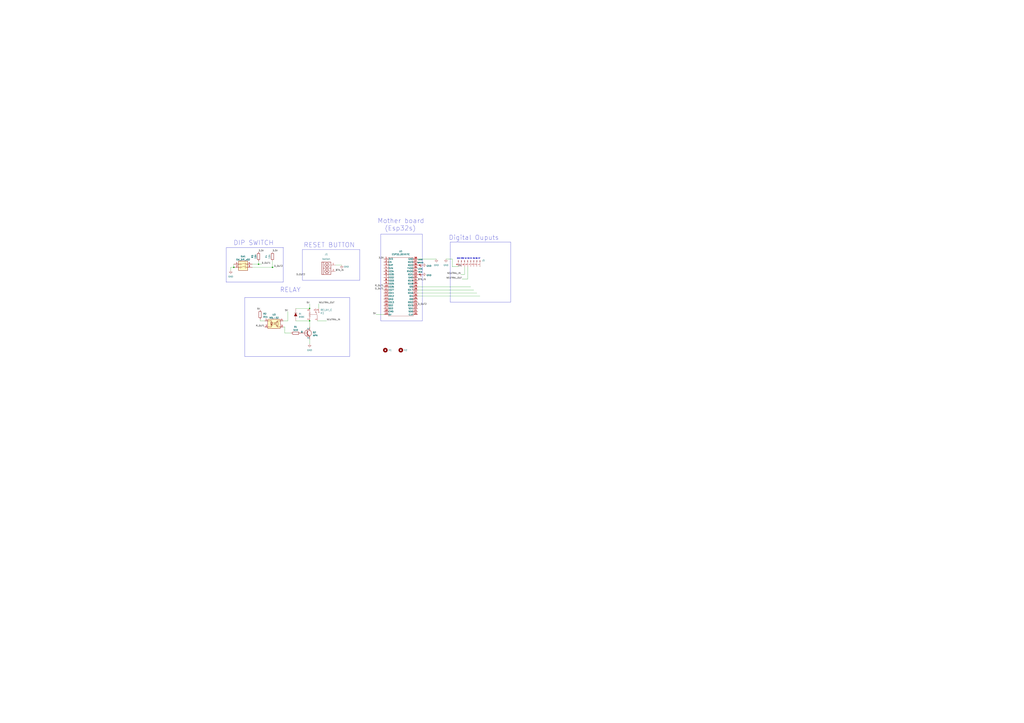
<source format=kicad_sch>
(kicad_sch (version 20230121) (generator eeschema)
  (paper "A1")
  (lib_symbols
    (symbol "Connector:Conn_01x08_Male" (pin_names (offset 1.016) hide)
      (property "Reference" "J" (at 0 10.16 0))
      (property "Value" "Conn_01x08_Male" (at 0 -12.7 0))
      (symbol "Conn_01x08_Male_1_1"
        (polyline (pts (xy 1.27 -10.16) (xy 0.8636 -10.16)) (stroke (width 0.1524)))
        (polyline (pts (xy 1.27 -7.62) (xy 0.8636 -7.62)) (stroke (width 0.1524)))
        (polyline (pts (xy 1.27 -5.08) (xy 0.8636 -5.08)) (stroke (width 0.1524)))
        (polyline (pts (xy 1.27 -2.54) (xy 0.8636 -2.54)) (stroke (width 0.1524)))
        (polyline (pts (xy 1.27 0) (xy 0.8636 0)) (stroke (width 0.1524)))
        (polyline (pts (xy 1.27 2.54) (xy 0.8636 2.54)) (stroke (width 0.1524)))
        (polyline (pts (xy 1.27 5.08) (xy 0.8636 5.08)) (stroke (width 0.1524)))
        (polyline (pts (xy 1.27 7.62) (xy 0.8636 7.62)) (stroke (width 0.1524)))
        (rectangle (start 0.8636 -10.033) (end 0 -10.287) (stroke (width 0.1524)) (fill (type outline)))
        (rectangle (start 0.8636 -7.493) (end 0 -7.747) (stroke (width 0.1524)) (fill (type outline)))
        (rectangle (start 0.8636 -4.953) (end 0 -5.207) (stroke (width 0.1524)) (fill (type outline)))
        (rectangle (start 0.8636 -2.413) (end 0 -2.667) (stroke (width 0.1524)) (fill (type outline)))
        (rectangle (start 0.8636 0.127) (end 0 -0.127) (stroke (width 0.1524)) (fill (type outline)))
        (rectangle (start 0.8636 2.667) (end 0 2.413) (stroke (width 0.1524)) (fill (type outline)))
        (rectangle (start 0.8636 5.207) (end 0 4.953) (stroke (width 0.1524)) (fill (type outline)))
        (rectangle (start 0.8636 7.747) (end 0 7.493) (stroke (width 0.1524)) (fill (type outline)))
        (pin passive line (at 5.08 7.62 180) (length 3.81) (name "Pin_1") (number "1"))
        (pin passive line (at 5.08 5.08 180) (length 3.81) (name "Pin_2") (number "2"))
        (pin passive line (at 5.08 2.54 180) (length 3.81) (name "Pin_3") (number "3"))
        (pin passive line (at 5.08 0 180) (length 3.81) (name "Pin_4") (number "4"))
        (pin passive line (at 5.08 -2.54 180) (length 3.81) (name "Pin_5") (number "5"))
        (pin passive line (at 5.08 -5.08 180) (length 3.81) (name "Pin_6") (number "6"))
        (pin passive line (at 5.08 -7.62 180) (length 3.81) (name "Pin_7") (number "7"))
        (pin passive line (at 5.08 -10.16 180) (length 3.81) (name "Pin_8") (number "8"))
      )
    )
    (symbol "Device:R" (pin_numbers hide) (pin_names (offset 0))
      (property "Reference" "R" (at 2.032 0 90))
      (property "Value" "R" (at 0 0 90))
      (symbol "R_0_1"
        (rectangle (start -1.016 -2.54) (end 1.016 2.54) (stroke (width 0.254)))
      )
      (symbol "R_1_1"
        (pin passive line (at 0 3.81 270) (length 1.27) (name "~") (number "1"))
        (pin passive line (at 0 -3.81 90) (length 1.27) (name "~") (number "2"))
      )
    )
    (symbol "EESTN5:DIODE" (pin_numbers hide) (pin_names (offset 1.016) hide)
      (property "Reference" "D" (at 0 2.54 0))
      (property "Value" "DIODE" (at 0 -2.54 0))
      (symbol "DIODE_0_1"
        (polyline (pts (xy 1.27 1.27) (xy 1.27 -1.27)) (stroke (width 0.1524)))
        (polyline (pts (xy -1.27 1.27) (xy 1.27 0) (xy -1.27 -1.27)) (fill (type outline)))
      )
      (symbol "DIODE_1_1"
        (pin passive line (at -5.08 0 0) (length 3.81) (name "A") (number "1"))
        (pin passive line (at 5.08 0 180) (length 3.81) (name "K") (number "2"))
      )
    )
    (symbol "EESTN5:ESP32_DEVKITC" (pin_names (offset 0.0254))
      (property "Reference" "U" (at 0 25.4 0))
      (property "Value" "ESP32_DEVKITC" (at 0 -25.4 0))
      (symbol "ESP32_DEVKITC_0_1"
        (rectangle (start -10.16 24.13) (end 10.16 -24.13))
      )
      (symbol "ESP32_DEVKITC_1_1"
        (pin passive line (at -13.97 22.86 0) (length 3.81) (name "3V3") (number "1"))
        (pin passive line (at -13.97 0 0) (length 3.81) (name "IO26") (number "10"))
        (pin passive line (at -13.97 -2.54 0) (length 3.81) (name "IO27") (number "11"))
        (pin passive line (at -13.97 -5.08 0) (length 3.81) (name "IO14") (number "12"))
        (pin passive line (at -13.97 -7.62 0) (length 3.81) (name "IO12") (number "13"))
        (pin passive line (at -13.97 -10.16 0) (length 3.81) (name "GND") (number "14"))
        (pin passive line (at -13.97 -12.7 0) (length 3.81) (name "IO13") (number "15"))
        (pin passive line (at -13.97 -15.24 0) (length 3.81) (name "SD2") (number "16"))
        (pin passive line (at -13.97 -17.78 0) (length 3.81) (name "SD3") (number "17"))
        (pin passive line (at -13.97 -20.32 0) (length 3.81) (name "CMD") (number "18"))
        (pin passive line (at -13.97 -22.86 0) (length 3.81) (name "5V") (number "19"))
        (pin passive line (at -13.97 20.32 0) (length 3.81) (name "EN") (number "2"))
        (pin passive line (at 13.97 -22.86 180) (length 3.81) (name "CLK") (number "20"))
        (pin passive line (at 13.97 -20.32 180) (length 3.81) (name "SD0") (number "21"))
        (pin passive line (at 13.97 -17.78 180) (length 3.81) (name "SD1") (number "22"))
        (pin passive line (at 13.97 -15.24 180) (length 3.81) (name "IO15") (number "23"))
        (pin passive line (at 13.97 -12.7 180) (length 3.81) (name "IO02") (number "24"))
        (pin passive line (at 13.97 -10.16 180) (length 3.81) (name "IO0") (number "25"))
        (pin passive line (at 13.97 -7.62 180) (length 3.81) (name "IO4") (number "26"))
        (pin passive line (at 13.97 -5.08 180) (length 3.81) (name "IO16") (number "27"))
        (pin passive line (at 13.97 -2.54 180) (length 3.81) (name "IO17") (number "28"))
        (pin passive line (at 13.97 0 180) (length 3.81) (name "IO5") (number "29"))
        (pin passive line (at -13.97 17.78 0) (length 3.81) (name "SVP") (number "3"))
        (pin passive line (at 13.97 2.54 180) (length 3.81) (name "IO18") (number "30"))
        (pin passive line (at 13.97 5.08 180) (length 3.81) (name "IO19") (number "31"))
        (pin passive line (at 13.97 7.62 180) (length 3.81) (name "GND") (number "32"))
        (pin passive line (at 13.97 10.16 180) (length 3.81) (name "IO21") (number "33"))
        (pin passive line (at 13.97 12.7 180) (length 3.81) (name "RXD0") (number "34"))
        (pin passive line (at 13.97 15.24 180) (length 3.81) (name "TXD0") (number "35"))
        (pin passive line (at 13.97 17.78 180) (length 3.81) (name "IO22") (number "36"))
        (pin passive line (at 13.97 20.32 180) (length 3.81) (name "IO23") (number "37"))
        (pin passive line (at 13.97 22.86 180) (length 3.81) (name "GND") (number "38"))
        (pin passive line (at -13.97 15.24 0) (length 3.81) (name "SVN") (number "4"))
        (pin passive line (at -13.97 12.7 0) (length 3.81) (name "IO34") (number "5"))
        (pin passive line (at -13.97 10.16 0) (length 3.81) (name "IO35") (number "6"))
        (pin passive line (at -13.97 7.62 0) (length 3.81) (name "IO32") (number "7"))
        (pin passive line (at -13.97 5.08 0) (length 3.81) (name "IO33") (number "8"))
        (pin passive line (at -13.97 2.54 0) (length 3.81) (name "IO25") (number "9"))
      )
    )
    (symbol "EESTN5:LED" (pin_numbers hide) (pin_names (offset 1.016) hide)
      (property "Reference" "LED" (at 0 2.54 0))
      (property "Value" "LED" (at 0 -2.54 0))
      (symbol "LED_0_1"
        (polyline (pts (xy 0.508 -0.762) (xy 1.016 -1.27) (xy 1.016 -1.27)))
        (polyline (pts (xy 1.016 -0.762) (xy 1.524 -1.27) (xy 1.524 -1.27)))
        (polyline (pts (xy 1.27 -0.635) (xy 1.27 0.635) (xy 1.27 0.635)))
        (polyline (pts (xy 1.27 0) (xy 0 0.635) (xy 0 -0.635) (xy 0 -0.635)) (fill (type outline)))
        (polyline (pts (xy 1.524 -1.27) (xy 1.27 -1.27) (xy 1.524 -1.016) (xy 1.524 -1.27) (xy 1.524 -1.27)) (fill (type outline)))
        (polyline (pts (xy 1.016 -1.27) (xy 0.762 -1.27) (xy 1.016 -1.016) (xy 1.016 -1.27) (xy 1.016 -1.27) (xy 1.016 -1.27)) (fill (type outline)))
      )
      (symbol "LED_1_1"
        (pin passive line (at -1.27 0 0) (length 1.27) (name "A") (number "1"))
        (pin passive line (at 2.54 0 180) (length 1.27) (name "K") (number "2"))
      )
    )
    (symbol "EESTN5:Mounting_Hole" (pin_names (offset 1.016))
      (property "Reference" "H" (at 0 5.08 0))
      (symbol "Mounting_Hole_0_1"
        (circle (center 0 0) (radius 1.27) (stroke (width 1.27)))
      )
    )
    (symbol "EESTN5:RELAY_C" (pin_names (offset 1.016))
      (property "Reference" "K" (at 0 6.35 0))
      (property "Value" "RELAY_C" (at 0 -5.969 0))
      (symbol "RELAY_C_0_1"
        (arc (start -0.762 3.81) (mid -1.143 4.1894) (end -1.524 3.81))
        (polyline (pts (xy -1.778 3.302) (xy -1.27 3.302) (xy -1.27 3.302)))
        (polyline (pts (xy -1.524 -2.54) (xy -2.54 -2.54) (xy -2.54 -2.54)))
        (polyline (pts (xy -1.524 3.81) (xy -2.54 3.81) (xy -2.54 3.81)))
        (polyline (pts (xy -1.016 3.302) (xy -0.508 3.302) (xy -0.508 3.302)))
        (polyline (pts (xy -0.254 3.302) (xy 0.254 3.302) (xy 0.254 3.302)))
        (polyline (pts (xy 0 -1.27) (xy 0 -1.778) (xy 0 -1.778)))
        (polyline (pts (xy 0 -0.508) (xy 0 -1.016) (xy 0 -1.016)))
        (polyline (pts (xy 0 0.254) (xy 0 -0.254) (xy 0 -0.254)))
        (polyline (pts (xy 0 1.016) (xy 0 0.508) (xy 0 0.508)))
        (polyline (pts (xy 0 1.778) (xy 0 1.27) (xy 0 1.27)))
        (polyline (pts (xy 0 2.54) (xy 0 2.032) (xy 0 2.032)))
        (polyline (pts (xy 0 3.302) (xy 0 2.794) (xy 0 2.794)))
        (polyline (pts (xy 0.508 3.302) (xy 1.016 3.302) (xy 1.016 3.302)))
        (polyline (pts (xy 1.27 3.302) (xy 1.778 3.302) (xy 1.778 3.302)))
        (polyline (pts (xy 1.524 3.81) (xy 2.54 3.81) (xy 2.54 3.81)))
        (polyline (pts (xy 2.54 -3.81) (xy 1.778 -3.81) (xy 1.778 -3.81)))
        (polyline (pts (xy 2.54 -1.27) (xy 1.778 -1.27) (xy 1.778 -1.27)))
        (polyline (pts (xy -1.524 -2.54) (xy -1.016 -2.54) (xy 2.032 -1.524) (xy 2.032 -1.524)))
        (arc (start 0 3.81) (mid -0.381 4.1894) (end -0.762 3.81))
        (arc (start 0.762 3.81) (mid 0.381 4.1894) (end 0 3.81))
        (arc (start 1.524 3.81) (mid 1.143 4.1894) (end 0.762 3.81))
        (circle (center 1.778 -3.81) (radius 0.254))
        (circle (center 1.778 -1.27) (radius 0.254))
      )
      (symbol "RELAY_C_1_1"
        (pin passive line (at -5.08 -2.54 0) (length 2.54) (name "~") (number "1"))
        (pin passive line (at -5.08 3.81 0) (length 2.54) (name "~") (number "2"))
        (pin passive line (at 5.08 -3.81 180) (length 2.54) (name "~") (number "3"))
        (pin passive line (at 5.08 -1.27 180) (length 2.54) (name "~") (number "4"))
        (pin passive line (at 5.08 3.81 180) (length 2.54) (name "~") (number "5"))
      )
    )
    (symbol "EESTN5:SW_DIP_x02" (pin_names (offset 0) hide)
      (property "Reference" "SW" (at 0 6.35 0))
      (property "Value" "SW_DIP_x02" (at 0 -3.81 0))
      (symbol "SW_DIP_x02_0_0"
        (circle (center -2.032 0) (radius 0.508))
        (circle (center -2.032 2.54) (radius 0.508))
        (polyline (pts (xy -1.524 0.127) (xy 2.3622 1.1684)))
        (polyline (pts (xy -1.524 2.667) (xy 2.3622 3.7084)))
        (circle (center 2.032 0) (radius 0.508))
        (circle (center 2.032 2.54) (radius 0.508))
      )
      (symbol "SW_DIP_x02_0_1"
        (rectangle (start -3.81 5.08) (end 3.81 -2.54) (stroke (width 0.254)) (fill (type background)))
      )
      (symbol "SW_DIP_x02_1_1"
        (pin input line (at -7.62 2.54 0) (length 5.08) (name "~") (number "1"))
        (pin input line (at -7.62 0 0) (length 5.08) (name "~") (number "2"))
        (pin input line (at 7.62 0 180) (length 5.08) (name "~") (number "3"))
        (pin input line (at 7.62 2.54 180) (length 5.08) (name "~") (number "4"))
      )
    )
    (symbol "EESTN5:TB_1X2" (pin_names (offset 1.016))
      (property "Reference" "J" (at 0 7.62 0))
      (property "Value" "TB_1X2" (at 1.27 -7.62 0))
      (symbol "TB_1X2_0_1"
        (rectangle (start -2.54 5.08) (end 5.08 -5.08) (stroke (width 0.254)))
        (polyline (pts (xy -1.27 0) (xy 5.08 0)) (stroke (width 0.254)))
        (polyline (pts (xy -1.27 5.08) (xy -1.27 -5.08)) (stroke (width 0.254)))
        (polyline (pts (xy 0.889 -3.429) (xy 2.667 -1.651)) (stroke (width 0.254)))
        (polyline (pts (xy 0.889 -1.651) (xy 2.667 -3.429)) (stroke (width 0.254)))
        (polyline (pts (xy 0.889 1.651) (xy 2.667 3.429)) (stroke (width 0.254)))
        (polyline (pts (xy 0.889 3.429) (xy 2.667 1.651)) (stroke (width 0.254)))
        (circle (center 1.778 -2.54) (radius 1.8034) (stroke (width 0.254)))
        (circle (center 1.778 2.54) (radius 1.8034) (stroke (width 0.254)))
      )
      (symbol "TB_1X2_1_1"
        (pin input line (at 8.89 2.54 180) (length 3.81) (name "~") (number "1"))
        (pin input line (at 8.89 -2.54 180) (length 3.81) (name "~") (number "2"))
      )
    )
    (symbol "Isolator:NSL-32" (pin_names (offset 0.762) hide)
      (property "Reference" "U" (at 0 5.08 0))
      (property "Value" "NSL-32" (at 0 -5.08 0))
      (symbol "NSL-32_0_1"
        (rectangle (start -5.08 3.81) (end 5.08 -3.81) (stroke (width 0.254)) (fill (type background)))
        (polyline (pts (xy -5.08 2.54) (xy -2.54 2.54)) (stroke (width 0.254)))
        (polyline (pts (xy -2.794 -2.54) (xy -5.08 -2.54)) (stroke (width 0.254)))
        (polyline (pts (xy -1.016 -1.016) (xy -3.048 -1.016) (xy -3.048 -1.016)) (stroke (width 0.254)))
        (polyline (pts (xy -0.762 -0.508) (xy 1.27 0) (xy 1.27 0)))
        (polyline (pts (xy -0.762 0.508) (xy 1.27 1.016) (xy 1.27 1.016)))
        (polyline (pts (xy 2.54 -1.524) (xy 2.54 -2.54) (xy 5.08 -2.54)) (stroke (width 0.254)))
        (polyline (pts (xy 2.54 1.524) (xy 2.54 2.54) (xy 5.08 2.54)) (stroke (width 0.254)))
        (polyline (pts (xy -2.794 -2.54) (xy -2.032 -2.54) (xy -2.032 2.54) (xy -2.794 2.54)) (stroke (width 0.254)))
        (polyline (pts (xy 0.254 0) (xy 1.27 0) (xy 0.508 -0.508) (xy 0.508 -0.508)))
        (polyline (pts (xy 0.254 1.016) (xy 1.27 1.016) (xy 0.508 0.508) (xy 0.508 0.508)))
        (polyline (pts (xy -1.016 1.016) (xy -3.048 1.016) (xy -2.032 -1.016) (xy -1.016 1.016) (xy -1.016 1.016) (xy -1.016 1.016)) (stroke (width 0.254)))
        (rectangle (start 1.778 1.524) (end 3.302 -1.524) (stroke (width 0.254)))
      )
      (symbol "NSL-32_1_1"
        (pin passive line (at -7.62 2.54 0) (length 2.54) (name "A") (number "1"))
        (pin passive line (at -7.62 -2.54 0) (length 2.54) (name "K") (number "2"))
        (pin passive line (at 7.62 -2.54 180) (length 2.54) (name "R") (number "3"))
        (pin passive line (at 7.62 2.54 180) (length 2.54) (name "R") (number "4"))
      )
    )
    (symbol "Simulation_SPICE:NPN" (pin_numbers hide) (pin_names (offset 0))
      (property "Reference" "Q" (at -2.54 7.62 0))
      (property "Value" "NPN" (at -2.54 5.08 0))
      (symbol "NPN_0_1"
        (polyline (pts (xy -2.54 0) (xy 0.635 0)) (stroke (width 0.1524)))
        (polyline (pts (xy 0.635 0.635) (xy 2.54 2.54)))
        (polyline (pts (xy 2.794 -1.27) (xy 2.794 -1.27)) (stroke (width 0.1524)))
        (polyline (pts (xy 2.794 -1.27) (xy 2.794 -1.27)) (stroke (width 0.1524)))
        (polyline (pts (xy 0.635 -0.635) (xy 2.54 -2.54) (xy 2.54 -2.54)))
        (polyline (pts (xy 0.635 1.905) (xy 0.635 -1.905) (xy 0.635 -1.905)) (stroke (width 0.508)))
        (polyline (pts (xy 1.27 -1.778) (xy 1.778 -1.27) (xy 2.286 -2.286) (xy 1.27 -1.778) (xy 1.27 -1.778)) (fill (type outline)))
        (circle (center 1.27 0) (radius 2.8194) (stroke (width 0.254)))
      )
      (symbol "NPN_1_1"
        (pin open_collector line (at 2.54 5.08 270) (length 2.54) (name "C") (number "1"))
        (pin input line (at -5.08 0 0) (length 2.54) (name "B") (number "2"))
        (pin open_emitter line (at 2.54 -5.08 90) (length 2.54) (name "E") (number "3"))
      )
    )
    (symbol "power:GND" (power) (pin_names (offset 0))
      (property "Value" "GND" (at 0 -3.81 0))
      (symbol "GND_0_1"
        (polyline (pts (xy 0 0) (xy 0 -1.27) (xy 1.27 -1.27) (xy 0 -2.54) (xy -1.27 -1.27) (xy 0 -1.27)))
      )
      (symbol "GND_1_1"
        (pin power_in line (at 0 0 270) (length 0) hide (name "GND") (number "1"))
      )
    )
  )
  (junction (at 254.254 263.652))
  (junction (at 223.774 219.71))
  (junction (at 212.344 217.17))
  (junction (at 192.024 219.71))
  (junction (at 254.254 253.492))
  (polyline (pts (xy 287.274 292.862) (xy 200.914 292.862)))
  (wire (pts (xy 343.154 212.852) (xy 358.394 212.852)))
  (polyline (pts (xy 185.928 203.454) (xy 232.918 203.454)))
  (polyline (pts (xy 346.964 192.532) (xy 346.964 193.802)))
  (wire (pts (xy 254.254 263.652) (xy 254.254 268.732)))
  (polyline (pts (xy 312.674 263.652) (xy 312.674 192.532)))
  (wire (pts (xy 254.254 278.892) (xy 254.254 282.702)))
  (polyline (pts (xy 312.674 192.532) (xy 346.964 192.532)))
  (wire (pts (xy 376.428 219.202) (xy 371.348 219.202)))
  (polyline (pts (xy 287.274 244.602) (xy 287.274 292.862)))
  (polyline (pts (xy 200.914 244.602) (xy 287.274 244.602)))
  (wire (pts (xy 213.614 263.652) (xy 213.614 262.382)))
  (wire (pts (xy 260.604 263.652) (xy 268.224 263.652)))
  (wire (pts (xy 207.264 219.71) (xy 223.774 219.71)))
  (wire (pts (xy 233.934 268.732) (xy 233.934 273.812)))
  (wire (pts (xy 232.664 268.732) (xy 233.934 268.732)))
  (wire (pts (xy 236.474 256.032) (xy 236.474 263.652)))
  (polyline (pts (xy 232.664 231.902) (xy 185.674 231.902)))
  (polyline (pts (xy 248.412 230.378) (xy 248.412 204.978)))
  (wire (pts (xy 207.264 217.17) (xy 212.344 217.17)))
  (wire (pts (xy 275.59 217.932) (xy 280.67 217.932)))
  (wire (pts (xy 242.824 263.652) (xy 254.254 263.652)))
  (wire (pts (xy 223.774 219.71) (xy 223.774 214.63)))
  (wire (pts (xy 384.048 219.202) (xy 384.048 229.362)))
  (wire (pts (xy 254.254 249.682) (xy 254.254 253.492)))
  (polyline (pts (xy 200.914 244.602) (xy 200.914 292.862)))
  (polyline (pts (xy 295.402 230.378) (xy 248.412 230.378)))
  (polyline (pts (xy 419.354 248.412) (xy 419.354 198.882)))
  (polyline (pts (xy 369.824 198.882) (xy 369.824 205.232)))
  (wire (pts (xy 371.348 219.202) (xy 371.348 212.852)))
  (polyline (pts (xy 369.824 248.412) (xy 419.354 248.412)))
  (wire (pts (xy 384.048 229.362) (xy 379.476 229.362)))
  (wire (pts (xy 308.864 258.572) (xy 315.214 258.572)))
  (polyline (pts (xy 232.664 203.454) (xy 232.664 231.902)))
  (wire (pts (xy 389.128 238.252) (xy 343.154 238.252)))
  (wire (pts (xy 212.344 217.17) (xy 212.344 214.63)))
  (wire (pts (xy 223.774 219.71) (xy 225.044 219.71)))
  (wire (pts (xy 381.508 219.202) (xy 381.508 225.552)))
  (polyline (pts (xy 419.354 198.882) (xy 369.824 198.882)))
  (wire (pts (xy 232.664 263.652) (xy 236.474 263.652)))
  (wire (pts (xy 212.344 217.17) (xy 214.884 217.17)))
  (polyline (pts (xy 248.412 204.978) (xy 295.402 204.978)))
  (wire (pts (xy 391.668 240.792) (xy 343.154 240.792)))
  (wire (pts (xy 192.024 219.71) (xy 189.484 219.71)))
  (wire (pts (xy 217.424 263.652) (xy 213.614 263.652)))
  (wire (pts (xy 366.268 212.852) (xy 371.348 212.852)))
  (wire (pts (xy 192.024 217.17) (xy 192.024 219.71)))
  (wire (pts (xy 394.208 218.948) (xy 394.208 219.202)))
  (wire (pts (xy 261.874 249.682) (xy 261.874 253.492)))
  (polyline (pts (xy 295.402 204.978) (xy 295.402 230.378)))
  (wire (pts (xy 343.154 235.712) (xy 386.588 235.712)))
  (wire (pts (xy 189.484 219.71) (xy 189.484 222.25)))
  (wire (pts (xy 378.46 225.552) (xy 381.508 225.552)))
  (polyline (pts (xy 346.964 263.652) (xy 312.674 263.652)))
  (wire (pts (xy 233.934 273.812) (xy 239.014 273.812)))
  (polyline (pts (xy 346.964 193.802) (xy 346.964 263.652)))
  (wire (pts (xy 242.824 253.492) (xy 254.254 253.492)))
  (polyline (pts (xy 369.824 205.232) (xy 369.824 248.412)))
  (wire (pts (xy 394.208 243.332) (xy 343.154 243.332)))
  (polyline (pts (xy 185.674 231.902) (xy 185.674 203.454)))
  (text "Digital Ouputs\n" (at 368.554 197.612 0) (effects (font (size 3.81 3.81)) (justify left bottom)))
  (text "Mother board\n  (Esp32s)" (at 310.134 189.992 0) (effects (font (size 3.81 3.81)) (justify left bottom)))
  (text "GND 220V 5V O3 O4 O5 O6 O7" (at 375.158 212.852 0) (effects (font (size 0.8 0.8) (thickness 0.254) bold) (justify left bottom)))
  (text "RELAY\n" (at 229.87 240.538 0) (effects (font (size 3.81 3.81)) (justify left bottom)))
  (text "DIP SWITCH\n" (at 191.77 201.93 0) (effects (font (size 3.81 3.81)) (justify left bottom)))
  (text "RESET BUTTON\n" (at 249.428 203.708 0) (effects (font (size 3.81 3.81)) (justify left bottom)))
  (label "BTN_IN" (at 275.59 223.012 0))
  (label "3.3V" (at 223.774 207.01 0))
  (label "D_OUT2" (at 225.044 219.71 0))
  (label "R_OUT1" (at 217.424 268.732 180))
  (label "5V" (at 236.474 256.032 180))
  (label "3.3V" (at 212.344 207.01 0))
  (label "5V" (at 213.614 254.762 180))
  (label "3.3V" (at 315.214 212.852 180))
  (label "D_OUT2" (at 243.332 226.568 0))
  (label "NEUTRAL_OUT" (at 261.874 249.682 0))
  (label "D_OUT2" (at 343.154 250.952 0))
  (label "BTN_IN" (at 343.154 230.632 0))
  (label "NEUTRAL_OUT" (at 379.476 229.362 180))
  (label "5V" (at 378.968 219.202 180))
  (label "R_OUT1" (at 315.214 235.712 180))
  (label "D_OUT1" (at 315.214 238.252 180))
  (label "NEUTRAL_IN" (at 378.46 225.552 180))
  (label "D_OUT1" (at 214.884 217.17 0))
  (label "5V" (at 308.864 258.572 180))
  (label "NEUTRAL_IN" (at 268.224 263.652 0))
  (label "5V" (at 254.254 249.682 180))
  (symbol (lib_id "EESTN5:TB_1X2") (at 266.7 220.472 0) (unit 1)
    (property "Reference" "J1" (at 267.97 209.042 0) (effects (font (size 1.524 1.524))))
    (property "Value" "boton" (at 267.97 212.852 0) (effects (font (size 1.524 1.524))))
    (property "Footprint" "Button_Switch_THT:SW_PUSH_6mm" (effects hide))
  )
  (symbol (lib_id "Device:R") (at 212.344 210.82 180) (unit 1)
    (property "Reference" "R3" (at 207.264 210.82 90))
    (property "Value" "10k" (at 209.804 210.82 90))
    (property "Footprint" "Eestn5Pack:R_0805" (effects hide))
  )
  (symbol (lib_id "EESTN5:DIODE") (at 242.824 258.572 90) (unit 1)
    (property "Reference" "D1" (at 245.364 257.8989 90) (effects (font (size 1.016 1.016)) (justify right)))
    (property "Value" "DIODE" (at 245.364 260.4389 90) (effects (font (size 1.016 1.016)) (justify right)))
    (property "Footprint" "Eestn5Pack:DO-41" (effects hide))
  )
  (symbol (lib_id "Device:R") (at 242.824 273.812 90) (unit 1)
    (property "Reference" "R1" (at 242.824 268.732 90))
    (property "Value" "510" (at 242.824 271.272 90))
    (property "Footprint" "Eestn5Pack:R_0805" (effects hide))
  )
  (symbol (lib_id "Simulation_SPICE:NPN") (at 251.714 273.812 0) (unit 1)
    (property "Reference" "Q2" (at 256.794 273.177 0) (effects (justify left)))
    (property "Value" "NPN" (at 256.794 275.717 0) (effects (justify left)))
    (property "Footprint" "Eestn5Pack:SOT23" (effects hide))
    (property "Sim.Device" "NPN" (effects hide))
    (property "Sim.Type" "GUMMELPOON" (effects hide))
    (property "Sim.Pins" "1=C 2=B 3=E" (effects hide))
  )
  (symbol (lib_id "Isolator:NSL-32") (at 225.044 266.192 0) (unit 1)
    (property "Reference" "U3" (at 225.044 258.572 0))
    (property "Value" "NSL-32" (at 225.044 261.112 0))
    (property "Footprint" "OptoDevice:Luna_NSL-32" (effects hide))
    (property "Datasheet" "http://lunainc.com/wp-content/uploads/2016/06/NSL-32.pdf" (effects hide))
  )
  (symbol (lib_id "Device:R") (at 213.614 258.572 0) (unit 1)
    (property "Reference" "R2" (at 216.154 257.937 0) (effects (justify left)))
    (property "Value" "R1k" (at 216.154 260.477 0) (effects (justify left)))
    (property "Footprint" "Eestn5Pack:R_0805" (effects hide))
  )
  (symbol (lib_id "power:GND") (at 254.254 282.702 0) (unit 1)
    (property "Reference" "#PWR02" (effects hide))
    (property "Value" "GND" (at 254.254 287.782 0))
  )
  (symbol (lib_id "power:GND") (at 280.67 217.932 0) (unit 1)
    (property "Reference" "#PWR03" (effects hide))
    (property "Value" "GND" (at 284.48 219.202 0))
  )
  (symbol (lib_id "power:GND") (at 189.484 222.25 0) (unit 1)
    (property "Reference" "#PWR01" (effects hide))
    (property "Value" "GND" (at 189.484 227.33 0))
  )
  (symbol (lib_id "power:GND") (at 346.964 217.932 90) (unit 1)
    (property "Reference" "#PWR05" (effects hide))
    (property "Value" "GND" (at 350.266 218.567 90) (effects (justify right)))
  )
  (symbol (lib_id "EESTN5:SW_DIP_x02") (at 199.644 219.71 0) (unit 1)
    (property "Reference" "SW1" (at 199.644 210.82 0))
    (property "Value" "SW_DIP_x02" (at 199.644 213.36 0))
    (property "Footprint" "Eestn5Pack:Dip_SW_2-300" (effects hide))
  )
  (symbol (lib_id "EESTN5:Mounting_Hole") (at 316.484 287.782 0) (unit 1)
    (property "Reference" "H1" (at 319.024 287.7819 0) (effects (justify left)))
    (property "Value" "Mounting_Hole" (effects hide))
    (property "Footprint" "Eestn5Pack:hole_2mm" (effects hide))
  )
  (symbol (lib_id "power:GND") (at 366.268 212.852 0) (unit 1)
    (property "Reference" "#PWR07" (effects hide))
    (property "Value" "GND" (at 366.268 217.932 0))
  )
  (symbol (lib_id "EESTN5:ESP32_DEVKITC") (at 329.184 235.712 0) (unit 1)
    (property "Reference" "U1" (at 329.184 206.502 0))
    (property "Value" "ESP32_DEVKITC" (at 329.184 209.042 0))
    (property "Footprint" "Eestn5Pack:ESP32S" (effects hide))
  )
  (symbol (lib_id "Connector:Conn_01x08_Male") (at 386.588 214.122 270) (unit 1)
    (property "Reference" "J3" (at 398.018 214.122 90) (effects (justify right)))
    (property "Value" "teclado num 4x4" (effects hide))
    (property "Footprint" "Eestn5Pack:Pin_Header_Straight_1x08" (effects hide))
  )
  (symbol (lib_id "EESTN5:LED") (at 344.424 225.552 0) (unit 1)
    (property "Reference" "LED1" (at 345.186 220.98 0) (effects (font (size 1.016 1.016))))
    (property "Value" "RED" (at 345.186 223.52 0) (effects (font (size 1.016 1.016))))
    (property "Footprint" "Eestn5Pack:LED_1206" (effects hide))
  )
  (symbol (lib_id "EESTN5:LED") (at 344.424 217.932 0) (unit 1)
    (property "Reference" "LED2" (at 345.186 213.36 0) (effects (font (size 1.016 1.016))))
    (property "Value" "GREEN" (at 345.186 215.9 0) (effects (font (size 1.016 1.016))))
    (property "Footprint" "Eestn5Pack:LED_1206" (effects hide))
  )
  (symbol (lib_id "power:GND") (at 346.964 225.552 90) (unit 1)
    (property "Reference" "#PWR04" (effects hide))
    (property "Value" "GND" (at 350.266 226.187 90) (effects (justify right)))
  )
  (symbol (lib_id "EESTN5:RELAY_C") (at 258.064 258.572 90) (unit 1)
    (property "Reference" "K1" (at 263.144 257.302 90) (effects (font (size 1.524 1.524)) (justify right)))
    (property "Value" "RELAY_C" (at 263.144 254.762 90) (effects (font (size 1.524 1.524)) (justify right)))
    (property "Footprint" "Eestn5Pack:Relay_C" (effects hide))
  )
  (symbol (lib_id "power:GND") (at 358.394 212.852 0) (unit 1)
    (property "Reference" "#PWR06" (effects hide))
    (property "Value" "GND" (at 358.394 217.932 0))
  )
  (symbol (lib_id "Device:R") (at 223.774 210.82 180) (unit 1)
    (property "Reference" "R4" (at 218.694 210.82 90))
    (property "Value" "10k" (at 221.234 210.82 90))
    (property "Footprint" "Eestn5Pack:R_0805" (effects hide))
  )
  (symbol (lib_id "EESTN5:Mounting_Hole") (at 329.184 287.782 0) (unit 1)
    (property "Reference" "H2" (at 331.724 287.7819 0) (effects (justify left)))
    (property "Value" "Mounting_Hole" (effects hide))
    (property "Footprint" "Eestn5Pack:hole_2mm" (effects hide))
  )
)
</source>
